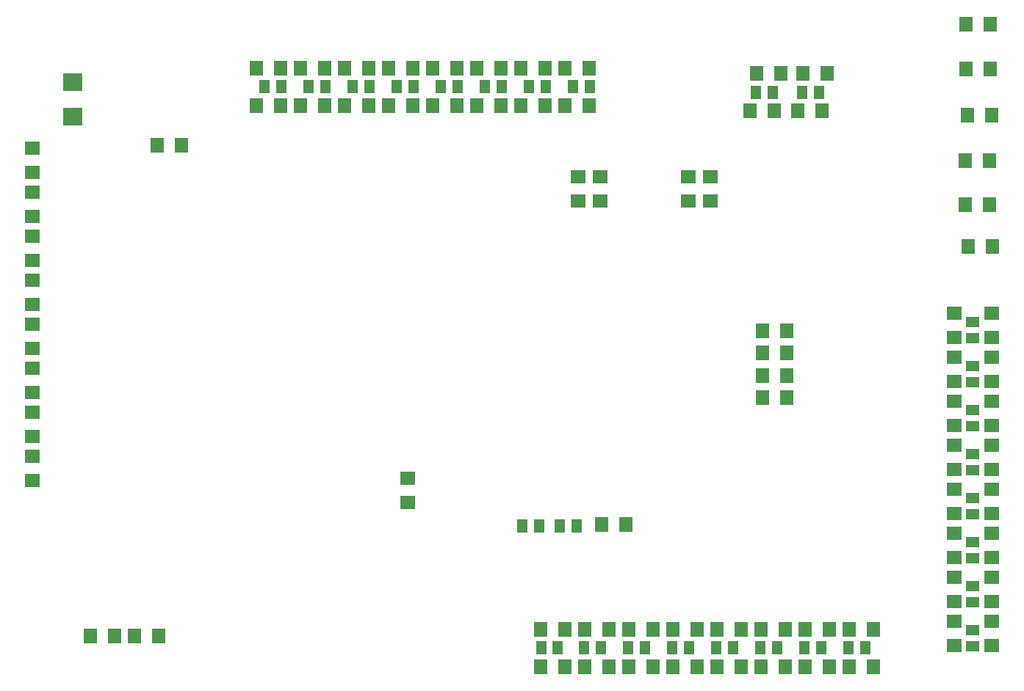
<source format=gtp>
G04 (created by PCBNEW-RS274X (2010-11-03 BZR 2592)-stable) date Sat 17 Mar 2012 17:18:43 COT*
G01*
G70*
G90*
%MOIN*%
G04 Gerber Fmt 3.4, Leading zero omitted, Abs format*
%FSLAX34Y34*%
G04 APERTURE LIST*
%ADD10C,0.006000*%
%ADD11R,0.063000X0.071000*%
%ADD12R,0.071000X0.063000*%
%ADD13R,0.051200X0.059000*%
%ADD14R,0.059000X0.051200*%
%ADD15R,0.090600X0.078700*%
G04 APERTURE END LIST*
G54D10*
G54D11*
X79000Y-24500D03*
X77900Y-24500D03*
X79000Y-26550D03*
X77900Y-26550D03*
X79050Y-28650D03*
X77950Y-28650D03*
X78950Y-30700D03*
X77850Y-30700D03*
X78950Y-32700D03*
X77850Y-32700D03*
X79100Y-34600D03*
X78000Y-34600D03*
G54D12*
X52550Y-46250D03*
X52550Y-45150D03*
G54D11*
X41200Y-30000D03*
X42300Y-30000D03*
X62450Y-47250D03*
X61350Y-47250D03*
G54D13*
X57775Y-47300D03*
X58525Y-47300D03*
X59475Y-47300D03*
X60225Y-47300D03*
G54D11*
X57700Y-28200D03*
X58800Y-28200D03*
X55700Y-26500D03*
X56800Y-26500D03*
X55700Y-28200D03*
X56800Y-28200D03*
X53700Y-26500D03*
X54800Y-26500D03*
X53700Y-28200D03*
X54800Y-28200D03*
X51700Y-26500D03*
X52800Y-26500D03*
X51700Y-28200D03*
X52800Y-28200D03*
X49700Y-26500D03*
X50800Y-26500D03*
X49700Y-28200D03*
X50800Y-28200D03*
X47700Y-26500D03*
X48800Y-26500D03*
X47700Y-28200D03*
X48800Y-28200D03*
X45700Y-26500D03*
X46800Y-26500D03*
X45700Y-28200D03*
X46800Y-28200D03*
G54D12*
X35525Y-31225D03*
X35525Y-30125D03*
X35525Y-33225D03*
X35525Y-32125D03*
X35525Y-35225D03*
X35525Y-34125D03*
X35525Y-37225D03*
X35525Y-36125D03*
X35525Y-39225D03*
X35525Y-38125D03*
X35525Y-41225D03*
X35525Y-40125D03*
X35525Y-43225D03*
X35525Y-42125D03*
G54D11*
X39250Y-52300D03*
X38150Y-52300D03*
X41250Y-52300D03*
X40150Y-52300D03*
X59700Y-53700D03*
X58600Y-53700D03*
X59700Y-52000D03*
X58600Y-52000D03*
X61700Y-53700D03*
X60600Y-53700D03*
X61700Y-52000D03*
X60600Y-52000D03*
X63700Y-53700D03*
X62600Y-53700D03*
X63700Y-52000D03*
X62600Y-52000D03*
X65700Y-53700D03*
X64600Y-53700D03*
X65700Y-52000D03*
X64600Y-52000D03*
X67700Y-53700D03*
X66600Y-53700D03*
X67700Y-52000D03*
X66600Y-52000D03*
X69700Y-53700D03*
X68600Y-53700D03*
X69700Y-52000D03*
X68600Y-52000D03*
X71700Y-53700D03*
X70600Y-53700D03*
X71700Y-52000D03*
X70600Y-52000D03*
X73700Y-53700D03*
X72600Y-53700D03*
X73700Y-52000D03*
X72600Y-52000D03*
X59700Y-26500D03*
X60800Y-26500D03*
X59700Y-28200D03*
X60800Y-28200D03*
X57700Y-26500D03*
X58800Y-26500D03*
G54D12*
X77350Y-37650D03*
X77350Y-38750D03*
X79050Y-37650D03*
X79050Y-38750D03*
X77350Y-39650D03*
X77350Y-40750D03*
X79050Y-39650D03*
X79050Y-40750D03*
X77350Y-41650D03*
X77350Y-42750D03*
X79050Y-41650D03*
X79050Y-42750D03*
X77350Y-43650D03*
X77350Y-44750D03*
X79050Y-43650D03*
X79050Y-44750D03*
X77350Y-45650D03*
X77350Y-46750D03*
X79050Y-45650D03*
X79050Y-46750D03*
X77350Y-47650D03*
X77350Y-48750D03*
X79050Y-47650D03*
X79050Y-48750D03*
X77350Y-49650D03*
X77350Y-50750D03*
X79050Y-49650D03*
X79050Y-50750D03*
X77350Y-51650D03*
X77350Y-52750D03*
X79050Y-51650D03*
X79050Y-52750D03*
X35525Y-45225D03*
X35525Y-44125D03*
G54D13*
X52075Y-27350D03*
X52825Y-27350D03*
X50075Y-27350D03*
X50825Y-27350D03*
X48075Y-27350D03*
X48825Y-27350D03*
X46075Y-27350D03*
X46825Y-27350D03*
G54D14*
X78200Y-52025D03*
X78200Y-52775D03*
X78200Y-50025D03*
X78200Y-50775D03*
X78200Y-48025D03*
X78200Y-48775D03*
X78200Y-46025D03*
X78200Y-46775D03*
X78200Y-44025D03*
X78200Y-44775D03*
X78200Y-42025D03*
X78200Y-42775D03*
X78200Y-40025D03*
X78200Y-40775D03*
X78200Y-38025D03*
X78200Y-38775D03*
G54D13*
X54075Y-27350D03*
X54825Y-27350D03*
X56075Y-27350D03*
X56825Y-27350D03*
X58075Y-27350D03*
X58825Y-27350D03*
X60075Y-27350D03*
X60825Y-27350D03*
X73325Y-52850D03*
X72575Y-52850D03*
X71325Y-52850D03*
X70575Y-52850D03*
X69325Y-52850D03*
X68575Y-52850D03*
X67325Y-52850D03*
X66575Y-52850D03*
X65325Y-52850D03*
X64575Y-52850D03*
X63325Y-52850D03*
X62575Y-52850D03*
X61325Y-52850D03*
X60575Y-52850D03*
X59375Y-52850D03*
X58625Y-52850D03*
G54D12*
X60300Y-32550D03*
X60300Y-31450D03*
X61300Y-32550D03*
X61300Y-31450D03*
X65300Y-32550D03*
X65300Y-31450D03*
X66300Y-32550D03*
X66300Y-31450D03*
G54D11*
X69200Y-28450D03*
X68100Y-28450D03*
X69500Y-26750D03*
X68400Y-26750D03*
X71375Y-28450D03*
X70275Y-28450D03*
X71600Y-26750D03*
X70500Y-26750D03*
G54D13*
X68375Y-27600D03*
X69125Y-27600D03*
X70475Y-27600D03*
X71225Y-27600D03*
G54D11*
X68650Y-38425D03*
X69750Y-38425D03*
X68650Y-39425D03*
X69750Y-39425D03*
X68650Y-40475D03*
X69750Y-40475D03*
X68650Y-41475D03*
X69750Y-41475D03*
G54D15*
X37350Y-28716D03*
X37350Y-27134D03*
M02*

</source>
